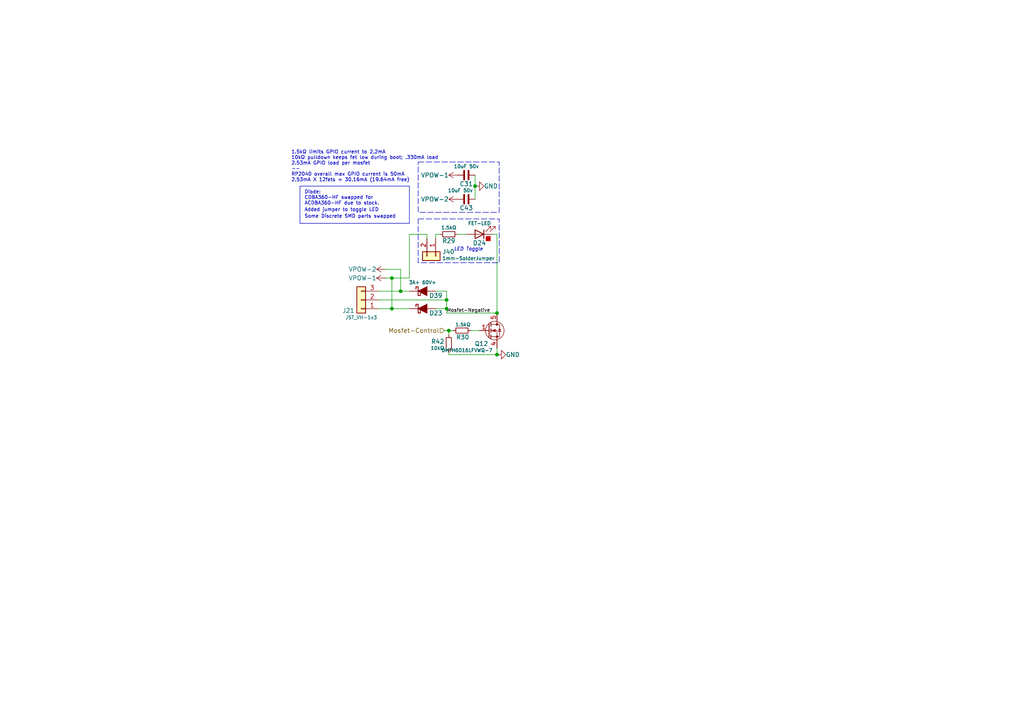
<source format=kicad_sch>
(kicad_sch (version 20250114) (generator "eeschema") (generator_version "9.0")
  (paper "A4")
  (lib_symbols
    (symbol "Connector_Generic:Conn_01x02" (pin_names (offset 1.016) (hide yes))
      (property "Reference" "J" (at 0 2.54 0))
      (property "Value" "Conn_01x02" (at 0 -5.08 0))
      (symbol "Conn_01x02_1_1"
        (rectangle (start -1.27 1.27) (end 1.27 -3.81) (stroke (width 0.254)) (fill (type background)))
        (rectangle (start -1.27 0.127) (end 0 -0.127) (stroke (width 0.1524)))
        (rectangle (start -1.27 -2.413) (end 0 -2.667) (stroke (width 0.1524)))
        (pin passive line (at -5.08 0 0) (length 3.81) (name "Pin_1") (number "1"))
        (pin passive line (at -5.08 -2.54 0) (length 3.81) (name "Pin_2") (number "2"))
      )
    )
    (symbol "Connector_Generic:Conn_01x03" (pin_names (offset 1.016) (hide yes))
      (property "Reference" "J" (at 0 5.08 0))
      (property "Value" "Conn_01x03" (at 0 -5.08 0))
      (symbol "Conn_01x03_1_1"
        (rectangle (start -1.27 3.81) (end 1.27 -3.81) (stroke (width 0.254)) (fill (type background)))
        (rectangle (start -1.27 2.667) (end 0 2.413) (stroke (width 0.1524)))
        (rectangle (start -1.27 0.127) (end 0 -0.127) (stroke (width 0.1524)))
        (rectangle (start -1.27 -2.413) (end 0 -2.667) (stroke (width 0.1524)))
        (pin passive line (at -5.08 2.54 0) (length 3.81) (name "Pin_1") (number "1"))
        (pin passive line (at -5.08 0 0) (length 3.81) (name "Pin_2") (number "2"))
        (pin passive line (at -5.08 -2.54 0) (length 3.81) (name "Pin_3") (number "3"))
      )
    )
    (symbol "CustomSymbols:Mosfet-DMT8008" (pin_names (hide yes))
      (property "Reference" "Q" (at -4.064 -2.032 0))
      (property "Value" "DMT8008" (at -2.54 -3.81 0))
      (symbol "Mosfet-DMT8008_0_1"
        (polyline (pts (xy -2.54 0) (xy -2.286 0)))
        (polyline (pts (xy -2.286 1.905) (xy -2.286 -1.905) (xy -2.286 -1.905)) (stroke (width 0.254)))
        (polyline (pts (xy -1.778 2.286) (xy -1.778 1.27)) (stroke (width 0.254)))
        (polyline (pts (xy -1.778 1.778) (xy 0 1.778)))
        (polyline (pts (xy -1.778 0.508) (xy -1.778 -0.508)) (stroke (width 0.254)))
        (polyline (pts (xy -1.778 0) (xy 0 0)))
        (polyline (pts (xy -1.778 -1.27) (xy -1.778 -2.286)) (stroke (width 0.254)))
        (polyline (pts (xy -1.778 -1.778) (xy 0 -1.778)))
        (polyline (pts (xy -1.4732 0) (xy -0.4572 -0.381) (xy -0.4572 0.381) (xy -1.4732 0)) (fill (type outline)))
        (circle (center -0.635 0) (radius 2.6924))
        (polyline (pts (xy 0 2.54) (xy 0 1.778)))
        (circle (center 0 1.778) (radius 0.2794) (fill (type outline)))
        (polyline (pts (xy 0 -1.778) (xy 0 0)))
        (polyline (pts (xy 0 -1.778) (xy 0 -2.54)))
        (polyline (pts (xy 0 -1.778) (xy 0.762 -1.778) (xy 0.762 1.778) (xy 0 1.778)))
        (circle (center 0 -1.778) (radius 0.2794) (fill (type outline)))
        (polyline (pts (xy 0.381 0.381) (xy 1.143 0.381)))
        (polyline (pts (xy 0.762 0.381) (xy 0.381 -0.254) (xy 1.143 -0.254) (xy 0.762 0.381)))
      )
      (symbol "Mosfet-DMT8008_1_1"
        (pin passive line (at -5.08 0 0) (length 2.54) (name "G") (number "1"))
        (pin passive line (at 0 5.08 270) (length 2.54) (name "D") (number "5"))
        (pin passive line (at 0 -5.08 90) (length 2.54) (hide yes) (name "S") (number "2"))
        (pin passive line (at 0 -5.08 90) (length 2.54) (hide yes) (name "S") (number "3"))
        (pin passive line (at 0 -5.08 90) (length 2.54) (name "S") (number "4"))
      )
    )
    (symbol "Device:D_Schottky_Filled" (pin_numbers (hide yes)) (pin_names (offset 1.016) (hide yes))
      (property "Reference" "D" (at 0 2.54 0))
      (property "Value" "D_Schottky_Filled" (at 0 -2.54 0))
      (symbol "D_Schottky_Filled_0_1"
        (polyline (pts (xy -1.905 0.635) (xy -1.905 1.27) (xy -1.27 1.27) (xy -1.27 -1.27) (xy -0.635 -1.27) (xy -0.635 -0.635)) (stroke (width 0.254)))
        (polyline (pts (xy 1.27 1.27) (xy 1.27 -1.27) (xy -1.27 0) (xy 1.27 1.27)) (stroke (width 0.254)) (fill (type outline)))
        (polyline (pts (xy 1.27 0) (xy -1.27 0)))
      )
      (symbol "D_Schottky_Filled_1_1"
        (pin passive line (at -3.81 0 0) (length 2.54) (name "K") (number "1"))
        (pin passive line (at 3.81 0 180) (length 2.54) (name "A") (number "2"))
      )
    )
    (symbol "Device:LED" (pin_numbers (hide yes)) (pin_names (offset 1.016) (hide yes))
      (property "Reference" "D" (at 0 2.54 0))
      (property "Value" "LED" (at 0 -2.54 0))
      (symbol "LED_0_1"
        (polyline (pts (xy -3.048 -0.762) (xy -4.572 -2.286) (xy -3.81 -2.286) (xy -4.572 -2.286) (xy -4.572 -1.524)))
        (polyline (pts (xy -1.778 -0.762) (xy -3.302 -2.286) (xy -2.54 -2.286) (xy -3.302 -2.286) (xy -3.302 -1.524)))
        (polyline (pts (xy -1.27 0) (xy 1.27 0)))
        (polyline (pts (xy -1.27 -1.27) (xy -1.27 1.27)) (stroke (width 0.254)))
        (polyline (pts (xy 1.27 -1.27) (xy 1.27 1.27) (xy -1.27 0) (xy 1.27 -1.27)) (stroke (width 0.254)))
      )
      (symbol "LED_1_1"
        (pin passive line (at -3.81 0 0) (length 2.54) (name "K") (number "1"))
        (pin passive line (at 3.81 0 180) (length 2.54) (name "A") (number "2"))
      )
    )
    (symbol "Device:R_Small" (pin_numbers (hide yes)) (pin_names (offset 0.254) (hide yes))
      (property "Reference" "R" (at 0.762 0.508 0))
      (property "Value" "R_Small" (at 0.762 -1.016 0))
      (symbol "R_Small_0_1"
        (rectangle (start -0.762 1.778) (end 0.762 -1.778) (stroke (width 0.2032)))
      )
      (symbol "R_Small_1_1"
        (pin passive line (at 0 2.54 270) (length 0.762) (name "~") (number "1"))
        (pin passive line (at 0 -2.54 90) (length 0.762) (name "~") (number "2"))
      )
    )
    (symbol "Duet3:C_SMALL" (pin_numbers (hide yes)) (pin_names (offset 0.254))
      (property "Reference" "C" (at 0.635 1.905 0))
      (property "Value" "C_SMALL" (at 0 -1.905 0))
      (symbol "C_SMALL_0_1"
        (polyline (pts (xy -1.27 0.635) (xy 1.27 0.635)) (stroke (width 0.508)))
        (polyline (pts (xy -1.27 -0.635) (xy 1.27 -0.635)) (stroke (width 0.508)))
      )
      (symbol "C_SMALL_1_1"
        (pin passive line (at 0 2.54 270) (length 1.905) (name "~") (number "1"))
        (pin passive line (at 0 -2.54 90) (length 1.905) (name "~") (number "2"))
      )
    )
    (symbol "power:+12V" (power) (pin_numbers (hide yes)) (pin_names (offset 0) (hide yes))
      (property "Value" "+12V" (at 0 3.556 0))
      (symbol "+12V_0_1"
        (polyline (pts (xy -0.762 1.27) (xy 0 2.54)))
        (polyline (pts (xy 0 2.54) (xy 0.762 1.27)))
        (polyline (pts (xy 0 0) (xy 0 2.54)))
      )
      (symbol "+12V_1_1"
        (pin power_in line (at 0 0 90) (length 0) (name "~") (number "1"))
      )
    )
    (symbol "power:+24V" (power) (pin_numbers (hide yes)) (pin_names (offset 0) (hide yes))
      (property "Value" "+24V" (at 0 3.556 0))
      (symbol "+24V_0_1"
        (polyline (pts (xy -0.762 1.27) (xy 0 2.54)))
        (polyline (pts (xy 0 2.54) (xy 0.762 1.27)))
        (polyline (pts (xy 0 0) (xy 0 2.54)))
      )
      (symbol "+24V_1_1"
        (pin power_in line (at 0 0 90) (length 0) (name "~") (number "1"))
      )
    )
    (symbol "power:GND" (power) (pin_numbers (hide yes)) (pin_names (offset 0) (hide yes))
      (property "Value" "GND" (at 0 -3.81 0))
      (symbol "GND_0_1"
        (polyline (pts (xy 0 0) (xy 0 -1.27) (xy 1.27 -1.27) (xy 0 -2.54) (xy -1.27 -1.27) (xy 0 -1.27)))
      )
      (symbol "GND_1_1"
        (pin power_in line (at 0 0 270) (length 0) (name "~") (number "1"))
      )
    )
  )
  (rectangle (start 121.285 63.5) (end 144.78 76.2) (stroke (width 0) (type dash)))
  (rectangle (start 140.97 68.58) (end 142.24 69.85) (stroke (width 0) (color 194 0 0 1)) (fill (type color) (color 194 0 0 1)))
  (rectangle (start 121.285 46.99) (end 144.78 61.595) (stroke (width 0) (type dash)))
  (rectangle (start 86.995 53.975) (end 118.745 64.77))
  (text "1.5kΩ limits GPIO current to 2.2mA\n10kΩ pulldown keeps fet low during boot; .330mA load\n2.53mA GPIO load per mosfet\n--\nRP2040 overall max GPIO current is 50mA\n2.53mA X 12fets = 30.16mA (19.64mA free)\n" (at 84.455 48.26 0) (effects (font (size 1 1)) (justify left)))
  (text "Added jumper to toggle LED" (at 88.265 60.96 0) (effects (font (size 1 1)) (justify left)))
  (text "Some Discrete SMD parts swapped" (at 88.265 62.865 0) (effects (font (size 1 1)) (justify left)))
  (text "Diode:\nCDBA360-HF swapped for\nACDBA360-HF due to stock." (at 88.265 55.245 0) (effects (font (size 1 1)) (justify left top)))
  (text "LED Toggle" (at 135.89 72.39 0) (effects (font (size 1 1) (italic yes))))
  (junction (at 116.205 84.455))
  (junction (at 129.54 89.535))
  (junction (at 130.175 95.885))
  (junction (at 113.665 80.645))
  (junction (at 144.145 90.805))
  (junction (at 137.795 53.975))
  (junction (at 129.54 86.995))
  (junction (at 113.665 89.535))
  (junction (at 144.145 102.87))
  (wire (pts (xy 129.54 90.805) (xy 144.145 90.805)))
  (wire (pts (xy 111.76 78.105) (xy 116.205 78.105)))
  (wire (pts (xy 113.665 80.645) (xy 113.665 89.535)))
  (wire (pts (xy 118.745 80.645) (xy 118.745 67.945)))
  (wire (pts (xy 132.715 67.945) (xy 135.255 67.945)))
  (wire (pts (xy 144.145 67.945) (xy 142.875 67.945)))
  (wire (pts (xy 126.365 89.535) (xy 129.54 89.535)))
  (wire (pts (xy 127.635 67.945) (xy 126.365 67.945)))
  (wire (pts (xy 137.795 53.975) (xy 137.795 50.8)))
  (wire (pts (xy 128.905 95.885) (xy 130.175 95.885)))
  (wire (pts (xy 144.145 102.87) (xy 130.175 102.87)))
  (wire (pts (xy 130.175 102.87) (xy 130.175 102.235)))
  (wire (pts (xy 111.76 80.645) (xy 113.665 80.645)))
  (wire (pts (xy 137.795 57.785) (xy 137.795 53.975)))
  (wire (pts (xy 113.665 89.535) (xy 109.855 89.535)))
  (wire (pts (xy 116.205 78.105) (xy 116.205 84.455)))
  (wire (pts (xy 129.54 84.455) (xy 129.54 86.995)))
  (wire (pts (xy 116.205 84.455) (xy 118.745 84.455)))
  (wire (pts (xy 136.525 95.885) (xy 139.065 95.885)))
  (wire (pts (xy 109.855 86.995) (xy 129.54 86.995)))
  (wire (pts (xy 144.145 100.965) (xy 144.145 102.87)))
  (wire (pts (xy 144.145 67.945) (xy 144.145 90.805)))
  (wire (pts (xy 123.825 67.945) (xy 123.825 69.215)))
  (wire (pts (xy 126.365 67.945) (xy 126.365 69.215)))
  (wire (pts (xy 130.175 95.885) (xy 130.175 97.155)))
  (wire (pts (xy 129.54 86.995) (xy 129.54 89.535)))
  (wire (pts (xy 130.175 95.885) (xy 131.445 95.885)))
  (wire (pts (xy 129.54 90.805) (xy 129.54 89.535)))
  (wire (pts (xy 113.665 80.645) (xy 118.745 80.645)))
  (wire (pts (xy 113.665 89.535) (xy 118.745 89.535)))
  (wire (pts (xy 118.745 67.945) (xy 123.825 67.945)))
  (wire (pts (xy 129.54 84.455) (xy 126.365 84.455)))
  (wire (pts (xy 109.855 84.455) (xy 116.205 84.455)))
  (label "Mosfet-Negative" (at 129.54 90.805 0) (effects (font (size 1 1))))
  (hierarchical_label "Mosfet-Control" (shape input) (at 128.905 95.885 180))
  (symbol (lib_id "power:+12V") (at 111.76 78.105 90) (unit 1)
    (property "Reference" "#PWR03" (effects (hide yes)))
    (property "Value" "VPOW-2" (at 109.22 78.105 90) (effects (justify left)))
    (property "Description" "Power symbol creates a global label with name \"+12V\"" (effects (hide yes)))
    (instances (project "StrataFet" (path "" (reference "#PWR029") (unit 1)) (path "" (reference "#PWR05") (unit 1)) (path "" (reference "#PWR028") (unit 1)) (path "" (reference "#PWR09") (unit 1)) (path "" (reference "#PWR04") (unit 1)) (path "" (reference "#PWR025") (unit 1)) (path "" (reference "#PWR06") (unit 1)) (path "" (reference "#PWR026") (unit 1)) (path "" (reference "#PWR022") (unit 1)) (path "" (reference "#PWR010") (unit 1)) (path "" (reference "#PWR023") (unit 1)) (path "" (reference "#PWR03") (unit 1))))
  )
  (symbol (lib_id "power:+24V") (at 132.715 50.8 90) (mirror x) (unit 1)
    (property "Reference" "#PWR084" (effects (hide yes)))
    (property "Value" "VPOW-1" (at 130.175 50.8 90) (effects (justify left)))
    (property "Description" "Power symbol creates a global label with name \"+24V\"" (effects (hide yes)))
    (instances (project "StrataFet" (path "" (reference "#PWR0118") (unit 1)) (path "" (reference "#PWR086") (unit 1)) (path "" (reference "#PWR097") (unit 1)) (path "" (reference "#PWR088") (unit 1)) (path "" (reference "#PWR085") (unit 1)) (path "" (reference "#PWR093") (unit 1)) (path "" (reference "#PWR087") (unit 1)) (path "" (reference "#PWR095") (unit 1)) (path "" (reference "#PWR090") (unit 1)) (path "" (reference "#PWR089") (unit 1)) (path "" (reference "#PWR091") (unit 1)) (path "" (reference "#PWR084") (unit 1))))
  )
  (symbol (lib_id "Connector_Generic:Conn_01x03") (at 104.775 86.995 180) (unit 1)
    (property "Reference" "J5" (at 102.87 90.805 0) (effects (justify left top)))
    (property "Value" "JST_VH-1x3" (at 104.775 92.075 0) (effects (font (size 1 1))))
    (property "Footprint" "Connector_JST:JST_VH_B3P-VH_1x03_P3.96mm_Vertical" (effects (hide yes)))
    (property "Description" "Generic connector, single row, 01x03, script generated (kicad-library-utils/schlib/autogen/connector/)" (effects (hide yes)))
    (instances (project "" (path "" (reference "J21") (unit 1)) (path "" (reference "J8") (unit 1)) (path "" (reference "J20") (unit 1)) (path "" (reference "J11") (unit 1)) (path "" (reference "J6") (unit 1)) (path "" (reference "J17") (unit 1)) (path "" (reference "J9") (unit 1)) (path "" (reference "J18") (unit 1)) (path "" (reference "J14") (unit 1)) (path "" (reference "J12") (unit 1)) (path "" (reference "J15") (unit 1)) (path "" (reference "J5") (unit 1))))
  )
  (symbol (lib_id "power:+24V") (at 111.76 80.645 90) (mirror x) (unit 1)
    (property "Reference" "#PWR043" (effects (hide yes)))
    (property "Value" "VPOW-1" (at 109.22 80.645 90) (effects (justify left)))
    (property "Description" "Power symbol creates a global label with name \"+24V\"" (effects (hide yes)))
    (instances (project "StrataFet" (path "" (reference "#PWR083") (unit 1)) (path "" (reference "#PWR067") (unit 1)) (path "" (reference "#PWR082") (unit 1)) (path "" (reference "#PWR076") (unit 1)) (path "" (reference "#PWR066") (unit 1)) (path "" (reference "#PWR080") (unit 1)) (path "" (reference "#PWR075") (unit 1)) (path "" (reference "#PWR081") (unit 1)) (path "" (reference "#PWR078") (unit 1)) (path "" (reference "#PWR077") (unit 1)) (path "" (reference "#PWR079") (unit 1)) (path "" (reference "#PWR043") (unit 1))))
  )
  (symbol (lib_id "Device:R_Small") (at 130.175 67.945 270) (unit 1)
    (property "Reference" "R7" (at 130.175 69.85 90))
    (property "Value" "1.5kΩ" (at 130.175 66.04 90) (effects (font (size 1 1))))
    (property "Footprint" "PCM_Resistor_SMD_AKL:R_0402_1005Metric" (effects (hide yes)))
    (property "LCSC" "C25867" (effects (hide yes)))
    (instances (project "StrataFet" (path "" (reference "R29") (unit 1)) (path "" (reference "R11") (unit 1)) (path "" (reference "R27") (unit 1)) (path "" (reference "R15") (unit 1)) (path "" (reference "R9") (unit 1)) (path "" (reference "R23") (unit 1)) (path "" (reference "R13") (unit 1)) (path "" (reference "R25") (unit 1)) (path "" (reference "R19") (unit 1)) (path "" (reference "R17") (unit 1)) (path "" (reference "R21") (unit 1)) (path "" (reference "R7") (unit 1))))
  )
  (symbol (lib_id "power:GND") (at 144.145 102.87 90) (unit 1)
    (property "Reference" "#PWR01" (effects (hide yes)))
    (property "Value" "GND" (at 146.685 102.87 90) (effects (justify right)))
    (property "Description" "Power symbol creates a global label with name \"GND\" , ground" (effects (hide yes)))
    (instances (project "StrataFet" (path "" (reference "#PWR045") (unit 1)) (path "" (reference "#PWR08") (unit 1)) (path "" (reference "#PWR042") (unit 1)) (path "" (reference "#PWR024") (unit 1)) (path "" (reference "#PWR07") (unit 1)) (path "" (reference "#PWR036") (unit 1)) (path "" (reference "#PWR021") (unit 1)) (path "" (reference "#PWR039") (unit 1)) (path "" (reference "#PWR030") (unit 1)) (path "" (reference "#PWR027") (unit 1)) (path "" (reference "#PWR033") (unit 1)) (path "" (reference "#PWR01") (unit 1))))
  )
  (symbol (lib_id "power:+12V") (at 132.715 57.785 90) (unit 1)
    (property "Reference" "#PWR031" (effects (hide yes)))
    (property "Value" "VPOW-2" (at 130.175 57.785 90) (effects (justify left)))
    (property "Description" "Power symbol creates a global label with name \"+12V\"" (effects (hide yes)))
    (instances (project "StrataFet" (path "" (reference "#PWR096") (unit 1)) (path "" (reference "#PWR034") (unit 1)) (path "" (reference "#PWR094") (unit 1)) (path "" (reference "#PWR037") (unit 1)) (path "" (reference "#PWR032") (unit 1)) (path "" (reference "#PWR044") (unit 1)) (path "" (reference "#PWR035") (unit 1)) (path "" (reference "#PWR092") (unit 1)) (path "" (reference "#PWR040") (unit 1)) (path "" (reference "#PWR038") (unit 1)) (path "" (reference "#PWR041") (unit 1)) (path "" (reference "#PWR031") (unit 1))))
  )
  (symbol (lib_id "Duet3:C_SMALL") (at 135.255 57.785 90) (unit 1)
    (property "Reference" "C32" (at 135.255 60.325 90))
    (property "Value" "10uF 50v" (at 137.16 55.245 90) (effects (font (size 1 1)) (justify left)))
    (property "Footprint" "Capacitor_SMD:C_1206_3216Metric" (effects (hide yes)))
    (property "Part Number" "CL31A106KBHNNNE" (effects (hide yes)))
    (property "LCSC" "C13585" (effects (hide yes)))
    (instances (project "StrataFet" (path "" (reference "C43") (unit 1)) (path "" (reference "C34") (unit 1)) (path "" (reference "C42") (unit 1)) (path "" (reference "C36") (unit 1)) (path "" (reference "C33") (unit 1)) (path "" (reference "C40") (unit 1)) (path "" (reference "C35") (unit 1)) (path "" (reference "C41") (unit 1)) (path "" (reference "C38") (unit 1)) (path "" (reference "C37") (unit 1)) (path "" (reference "C39") (unit 1)) (path "" (reference "C32") (unit 1))))
  )
  (symbol (lib_id "power:GND") (at 137.795 53.975 90) (unit 1)
    (property "Reference" "#PWR099" (effects (hide yes)))
    (property "Value" "GND" (at 140.335 53.975 90) (effects (justify right)))
    (property "Description" "Power symbol creates a global label with name \"GND\" , ground" (effects (hide yes)))
    (instances (project "StrataFet" (path "" (reference "#PWR0110") (unit 1)) (path "" (reference "#PWR0101") (unit 1)) (path "" (reference "#PWR0109") (unit 1)) (path "" (reference "#PWR0103") (unit 1)) (path "" (reference "#PWR0100") (unit 1)) (path "" (reference "#PWR0107") (unit 1)) (path "" (reference "#PWR0102") (unit 1)) (path "" (reference "#PWR0108") (unit 1)) (path "" (reference "#PWR0105") (unit 1)) (path "" (reference "#PWR0104") (unit 1)) (path "" (reference "#PWR0106") (unit 1)) (path "" (reference "#PWR099") (unit 1))))
  )
  (symbol (lib_id "Device:LED") (at 139.065 67.945 180) (unit 1)
    (property "Reference" "D2" (at 139.065 70.485 0))
    (property "Value" "FET-LED" (at 139.065 64.77 0) (effects (font (size 1 1))))
    (property "Footprint" "LED_SMD:LED_0603_1608Metric" (effects (hide yes)))
    (property "Description" "Red, 20mA, 2v Forward V, 30mA Foward A - 750ohm Reccomended" (effects (hide yes)))
    (property "LCSC" "C965799" (effects (hide yes)))
    (instances (project "StrataFet" (path "" (reference "D24") (unit 1)) (path "" (reference "D6") (unit 1)) (path "" (reference "D22") (unit 1)) (path "" (reference "D10") (unit 1)) (path "" (reference "D4") (unit 1)) (path "" (reference "D18") (unit 1)) (path "" (reference "D8") (unit 1)) (path "" (reference "D20") (unit 1)) (path "" (reference "D14") (unit 1)) (path "" (reference "D12") (unit 1)) (path "" (reference "D16") (unit 1)) (path "" (reference "D2") (unit 1))))
  )
  (symbol (lib_id "Duet3:C_SMALL") (at 135.255 50.8 90) (unit 1)
    (property "Reference" "C20" (at 135.255 53.34 90))
    (property "Value" "10uF 50v" (at 135.255 48.26 90) (effects (font (size 1 1))))
    (property "Footprint" "Capacitor_SMD:C_1206_3216Metric" (effects (hide yes)))
    (property "Part Number" "CL31A106KBHNNNE" (effects (hide yes)))
    (property "LCSC" "C13585" (effects (hide yes)))
    (instances (project "StrataFet" (path "" (reference "C31") (unit 1)) (path "" (reference "C22") (unit 1)) (path "" (reference "C30") (unit 1)) (path "" (reference "C24") (unit 1)) (path "" (reference "C21") (unit 1)) (path "" (reference "C28") (unit 1)) (path "" (reference "C23") (unit 1)) (path "" (reference "C29") (unit 1)) (path "" (reference "C26") (unit 1)) (path "" (reference "C25") (unit 1)) (path "" (reference "C27") (unit 1)) (path "" (reference "C20") (unit 1))))
  )
  (symbol (lib_id "CustomSymbols:Mosfet-DMT8008") (at 144.145 95.885 0) (unit 1)
    (property "Reference" "Q1" (at 141.605 99.695 0) (effects (justify right)))
    (property "Value" "DMTH6016LFVWQ-7" (at 142.875 101.6 0) (effects (font (size 1 1)) (justify right)))
    (property "Footprint" "PCM_Package_SON_AKL:Diodes_PowerDI3333-8_ThermalVias" (effects (hide yes)))
    (property "Part Link" "https://www.digikey.co.uk/en/products/detail/diodes-incorporated/DMN6017SFV-7/9769964?s=N4IgTCBcDaICIFkByA2ADARgOwGUBiAagLRYgC6AvkA" (effects (hide yes)))
    (property "Mouser" "621-DMTH6016LFVWQ-7 " (effects (hide yes)))
    (instances (project "" (path "" (reference "Q12") (unit 1)) (path "" (reference "Q3") (unit 1)) (path "" (reference "Q11") (unit 1)) (path "" (reference "Q5") (unit 1)) (path "" (reference "Q2") (unit 1)) (path "" (reference "Q9") (unit 1)) (path "" (reference "Q4") (unit 1)) (path "" (reference "Q10") (unit 1)) (path "" (reference "Q7") (unit 1)) (path "" (reference "Q6") (unit 1)) (path "" (reference "Q8") (unit 1)) (path "" (reference "Q1") (unit 1))))
  )
  (symbol (lib_id "Device:R_Small") (at 130.175 99.695 0) (unit 1)
    (property "Reference" "R31" (at 128.905 99.06 0) (effects (justify right)))
    (property "Value" "10kΩ" (at 128.905 100.965 0) (effects (font (size 1 1)) (justify right)))
    (property "Footprint" "PCM_Resistor_SMD_AKL:R_0402_1005Metric" (effects (hide yes)))
    (property "LCSC" "C25744" (effects (hide yes)))
    (instances (project "StrataFet" (path "" (reference "R42") (unit 1)) (path "" (reference "R33") (unit 1)) (path "" (reference "R41") (unit 1)) (path "" (reference "R35") (unit 1)) (path "" (reference "R32") (unit 1)) (path "" (reference "R39") (unit 1)) (path "" (reference "R34") (unit 1)) (path "" (reference "R40") (unit 1)) (path "" (reference "R37") (unit 1)) (path "" (reference "R36") (unit 1)) (path "" (reference "R38") (unit 1)) (path "" (reference "R31") (unit 1))))
  )
  (symbol (lib_id "Connector_Generic:Conn_01x02") (at 126.365 74.295 270) (unit 1)
    (property "Reference" "J7" (at 128.27 73.025 90) (effects (justify left)))
    (property "Value" "1mm-SolderJumper" (at 128.27 74.93 90) (effects (font (size 1 1)) (justify left)))
    (property "Footprint" "Jumper:SolderJumper-2_P1.3mm_Bridged_Pad1.0x1.5mm" (effects (hide yes)))
    (property "Description" "Generic connector, single row, 01x02, script generated (kicad-library-utils/schlib/autogen/connector/)" (effects (hide yes)))
    (instances (project "StrataFet" (path "" (reference "J40") (unit 1)) (path "" (reference "J13") (unit 1)) (path "" (reference "J37") (unit 1)) (path "" (reference "J19") (unit 1)) (path "" (reference "J10") (unit 1)) (path "" (reference "J31") (unit 1)) (path "" (reference "J16") (unit 1)) (path "" (reference "J34") (unit 1)) (path "" (reference "J25") (unit 1)) (path "" (reference "J22") (unit 1)) (path "" (reference "J28") (unit 1)) (path "" (reference "J7") (unit 1))))
  )
  (symbol (lib_id "Device:R_Small") (at 133.985 95.885 270) (unit 1)
    (property "Reference" "R8" (at 134.1882 97.79 90))
    (property "Value" "1.5kΩ" (at 134.2898 94.1578 90) (effects (font (size 1 1))))
    (property "Footprint" "PCM_Resistor_SMD_AKL:R_0402_1005Metric" (effects (hide yes)))
    (property "LCSC" "C25867" (effects (hide yes)))
    (instances (project "StrataFet" (path "" (reference "R30") (unit 1)) (path "" (reference "R12") (unit 1)) (path "" (reference "R28") (unit 1)) (path "" (reference "R16") (unit 1)) (path "" (reference "R10") (unit 1)) (path "" (reference "R24") (unit 1)) (path "" (reference "R14") (unit 1)) (path "" (reference "R26") (unit 1)) (path "" (reference "R20") (unit 1)) (path "" (reference "R18") (unit 1)) (path "" (reference "R22") (unit 1)) (path "" (reference "R8") (unit 1))))
  )
  (symbol (lib_id "Device:D_Schottky_Filled") (at 122.555 84.455 0) (unit 1)
    (property "Reference" "D28" (at 124.46 85.725 0) (effects (justify left)))
    (property "Value" "3A+ 60V+" (effects (hide yes)))
    (property "Footprint" "PCM_Diode_SMD_AKL:D_SMA" (effects (hide yes)))
    (property "Description" "Schottky diode, filled shape" (effects (hide yes)))
    (property "LCSC" "C3019735" (effects (hide yes)))
    (instances (project "StrataFet" (path "" (reference "D39") (unit 1)) (path "" (reference "D30") (unit 1)) (path "" (reference "D38") (unit 1)) (path "" (reference "D32") (unit 1)) (path "" (reference "D29") (unit 1)) (path "" (reference "D36") (unit 1)) (path "" (reference "D31") (unit 1)) (path "" (reference "D37") (unit 1)) (path "" (reference "D34") (unit 1)) (path "" (reference "D33") (unit 1)) (path "" (reference "D35") (unit 1)) (path "" (reference "D28") (unit 1))))
  )
  (symbol (lib_id "Device:D_Schottky_Filled") (at 122.555 89.535 0) (unit 1)
    (property "Reference" "D1" (at 124.46 90.805 0) (effects (justify left)))
    (property "Value" "3A+ 60V+" (at 122.555 81.915 0) (effects (font (size 1 1))))
    (property "Footprint" "PCM_Diode_SMD_AKL:D_SMA" (effects (hide yes)))
    (property "Description" "Schottky diode, filled shape" (effects (hide yes)))
    (property "LCSC" "C3019735" (effects (hide yes)))
    (instances (project "StrataFet" (path "" (reference "D23") (unit 1)) (path "" (reference "D5") (unit 1)) (path "" (reference "D21") (unit 1)) (path "" (reference "D9") (unit 1)) (path "" (reference "D3") (unit 1)) (path "" (reference "D17") (unit 1)) (path "" (reference "D7") (unit 1)) (path "" (reference "D19") (unit 1)) (path "" (reference "D13") (unit 1)) (path "" (reference "D11") (unit 1)) (path "" (reference "D15") (unit 1)) (path "" (reference "D1") (unit 1))))
  )
)
</source>
